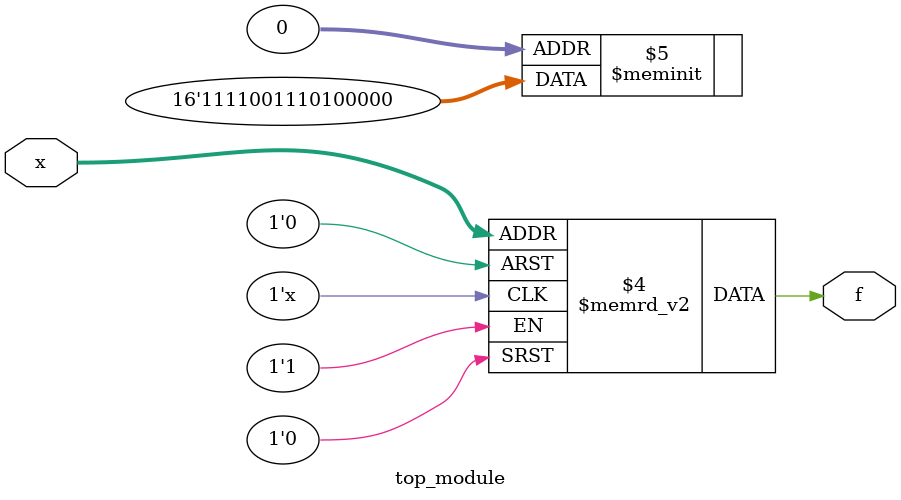
<source format=sv>
module top_module (
	input [4:1] x,
	output logic f
);
    always_comb begin
        case (x)
            4'b0000: f = 1'b0;
            4'b0001: f = 1'b0;
            4'b0010: f = 1'b0;
            4'b0011: f = 1'b0;
            4'b0100: f = 1'b0;
            4'b0101: f = 1'b1;
            4'b0110: f = 1'b0;
            4'b0111: f = 1'b1;
            4'b1000: f = 1'b1;
            4'b1001: f = 1'b1;
            4'b1010: f = 1'b0;
            4'b1011: f = 1'b0;
            4'b1100: f = 1'b1;
            4'b1101: f = 1'b1;
            4'b1110: f = 1'b1;
            4'b1111: f = 1'b1;
            default: f = 1'b0; // Handle any possible unexpected cases
        endcase
    end
endmodule

</source>
